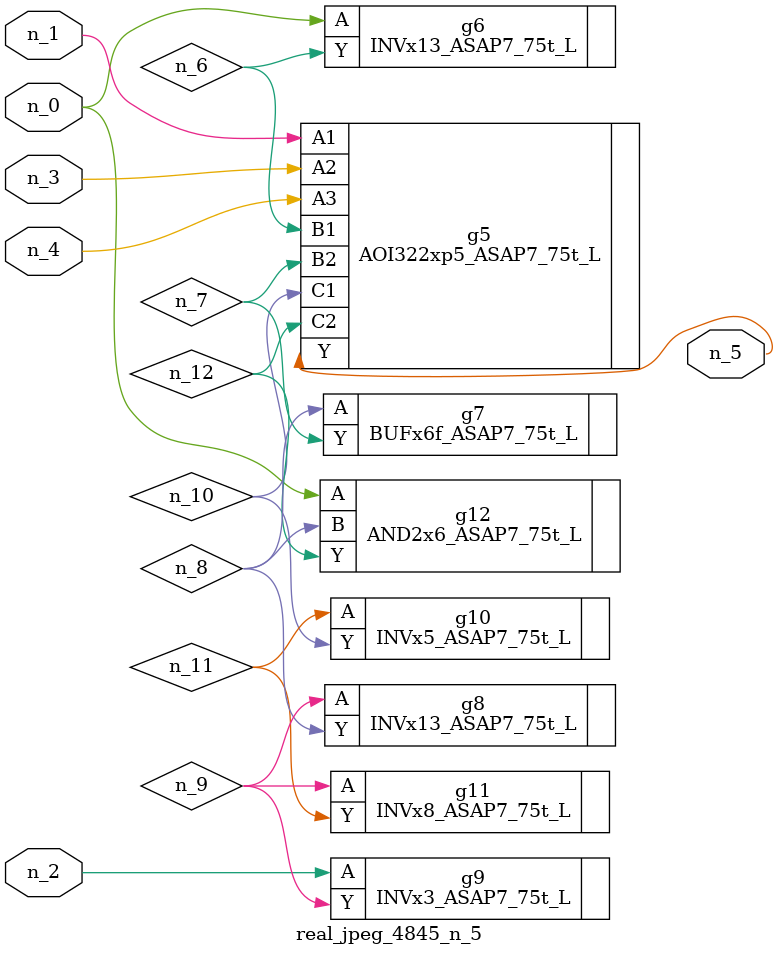
<source format=v>
module real_jpeg_4845_n_5 (n_4, n_0, n_1, n_2, n_3, n_5);

input n_4;
input n_0;
input n_1;
input n_2;
input n_3;

output n_5;

wire n_12;
wire n_8;
wire n_11;
wire n_6;
wire n_7;
wire n_10;
wire n_9;

INVx13_ASAP7_75t_L g6 ( 
.A(n_0),
.Y(n_6)
);

AND2x6_ASAP7_75t_L g12 ( 
.A(n_0),
.B(n_8),
.Y(n_12)
);

AOI322xp5_ASAP7_75t_L g5 ( 
.A1(n_1),
.A2(n_3),
.A3(n_4),
.B1(n_6),
.B2(n_7),
.C1(n_10),
.C2(n_12),
.Y(n_5)
);

INVx3_ASAP7_75t_L g9 ( 
.A(n_2),
.Y(n_9)
);

BUFx6f_ASAP7_75t_L g7 ( 
.A(n_8),
.Y(n_7)
);

INVx13_ASAP7_75t_L g8 ( 
.A(n_9),
.Y(n_8)
);

INVx8_ASAP7_75t_L g11 ( 
.A(n_9),
.Y(n_11)
);

INVx5_ASAP7_75t_L g10 ( 
.A(n_11),
.Y(n_10)
);


endmodule
</source>
